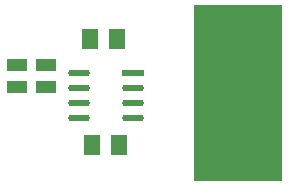
<source format=gbr>
%TF.GenerationSoftware,Altium Limited,Altium Designer,22.8.2 (66)*%
G04 Layer_Color=128*
%FSLAX45Y45*%
%MOMM*%
%TF.SameCoordinates,C69CFF7D-580E-4D1C-BBFF-10AAE48A081B*%
%TF.FilePolarity,Positive*%
%TF.FileFunction,Paste,Bot*%
%TF.Part,Single*%
G01*
G75*
%TA.AperFunction,SMDPad,CuDef*%
%ADD17R,1.40000X1.70000*%
%ADD19R,1.70000X1.00000*%
%ADD36R,7.50000X15.00000*%
%ADD37R,1.87407X0.54213*%
G04:AMPARAMS|DCode=38|XSize=1.87407mm|YSize=0.54213mm|CornerRadius=0.27107mm|HoleSize=0mm|Usage=FLASHONLY|Rotation=180.000|XOffset=0mm|YOffset=0mm|HoleType=Round|Shape=RoundedRectangle|*
%AMROUNDEDRECTD38*
21,1,1.87407,0.00000,0,0,180.0*
21,1,1.33193,0.54213,0,0,180.0*
1,1,0.54213,-0.66597,0.00000*
1,1,0.54213,0.66597,0.00000*
1,1,0.54213,0.66597,0.00000*
1,1,0.54213,-0.66597,0.00000*
%
%ADD38ROUNDEDRECTD38*%
D17*
X94300Y480000D02*
D03*
X-134300D02*
D03*
X109300Y-415000D02*
D03*
X-119300D02*
D03*
D19*
X-505000Y265000D02*
D03*
Y75000D02*
D03*
X-755000Y265000D02*
D03*
Y75000D02*
D03*
D36*
X1120000Y25000D02*
D03*
D37*
X231607Y190500D02*
D03*
D38*
Y63500D02*
D03*
Y-63500D02*
D03*
Y-190500D02*
D03*
X-231607D02*
D03*
Y-63500D02*
D03*
Y63500D02*
D03*
Y190500D02*
D03*
%TF.MD5,c666bd1911a579d1bb4fcb39427ddda3*%
M02*

</source>
